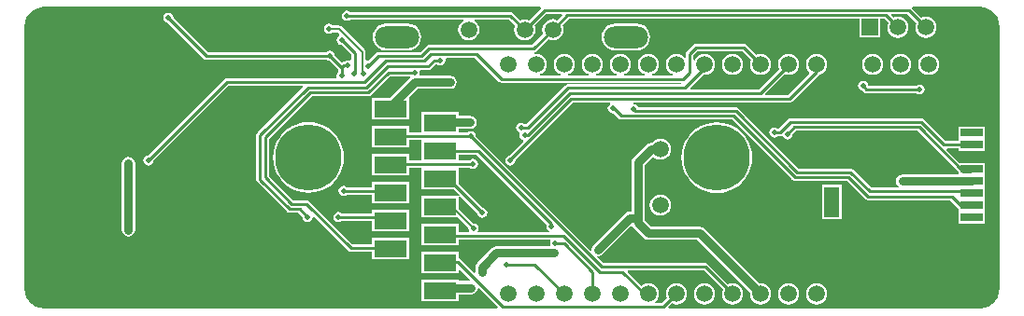
<source format=gbl>
G04*
G04 #@! TF.GenerationSoftware,Altium Limited,Altium Designer,18.1.9 (240)*
G04*
G04 Layer_Physical_Order=2*
G04 Layer_Color=16711680*
%FSAX25Y25*%
%MOIN*%
G70*
G01*
G75*
%ADD31C,0.01000*%
%ADD32C,0.03000*%
%ADD33C,0.00800*%
%ADD34C,0.05906*%
%ADD35R,0.05906X0.05906*%
%ADD36C,0.05910*%
%ADD37C,0.05906*%
%ADD38O,0.15748X0.07874*%
%ADD39C,0.23622*%
%ADD40C,0.01968*%
%ADD41R,0.05512X0.10630*%
%ADD42R,0.04724X0.04724*%
%ADD43R,0.10236X0.05906*%
%ADD44R,0.10236X0.03937*%
%ADD45R,0.07874X0.02756*%
%ADD46R,0.11811X0.05906*%
G36*
X0632433Y0452536D02*
X0633922Y0452015D01*
X0635257Y0451176D01*
X0636373Y0450061D01*
X0637212Y0448725D01*
X0637733Y0447236D01*
X0637917Y0445601D01*
Y0352037D01*
X0637733Y0350401D01*
X0637212Y0348913D01*
X0636373Y0347577D01*
X0635257Y0346462D01*
X0633922Y0345623D01*
X0632433Y0345102D01*
X0630798Y0344918D01*
X0519926D01*
X0519735Y0345380D01*
X0521052Y0346697D01*
X0521619Y0346462D01*
X0522598Y0346333D01*
X0523578Y0346462D01*
X0524491Y0346840D01*
X0525275Y0347442D01*
X0525877Y0348226D01*
X0526255Y0349138D01*
X0526384Y0350118D01*
X0526255Y0351098D01*
X0525877Y0352011D01*
X0525275Y0352795D01*
X0524491Y0353396D01*
X0523578Y0353774D01*
X0522598Y0353903D01*
X0521619Y0353774D01*
X0520706Y0353396D01*
X0519922Y0352795D01*
X0519320Y0352011D01*
X0518942Y0351098D01*
X0518813Y0350118D01*
X0518942Y0349138D01*
X0519177Y0348571D01*
X0517326Y0346720D01*
X0515156D01*
X0514986Y0347220D01*
X0515275Y0347442D01*
X0515876Y0348226D01*
X0516255Y0349138D01*
X0516384Y0350118D01*
X0516255Y0351098D01*
X0515876Y0352011D01*
X0515275Y0352795D01*
X0514491Y0353396D01*
X0513578Y0353774D01*
X0512598Y0353903D01*
X0511619Y0353774D01*
X0510706Y0353396D01*
X0510158Y0352976D01*
X0505197Y0357937D01*
X0505389Y0358399D01*
X0532443D01*
X0539177Y0351665D01*
X0538942Y0351098D01*
X0538813Y0350118D01*
X0538942Y0349138D01*
X0539320Y0348226D01*
X0539922Y0347442D01*
X0540706Y0346840D01*
X0541619Y0346462D01*
X0542598Y0346333D01*
X0543578Y0346462D01*
X0544491Y0346840D01*
X0545275Y0347442D01*
X0545877Y0348226D01*
X0546255Y0349138D01*
X0546384Y0350118D01*
X0546255Y0351098D01*
X0545877Y0352011D01*
X0545275Y0352795D01*
X0544491Y0353396D01*
X0543578Y0353774D01*
X0542598Y0353903D01*
X0541619Y0353774D01*
X0541052Y0353539D01*
X0533929Y0360662D01*
X0533499Y0360949D01*
X0532992Y0361050D01*
X0496494D01*
X0494298Y0363246D01*
X0494544Y0363706D01*
X0494685Y0363679D01*
X0495582Y0363857D01*
X0496343Y0364365D01*
X0506331Y0374353D01*
X0506975Y0374289D01*
X0507239Y0373893D01*
X0510980Y0370153D01*
X0510980Y0370153D01*
X0511740Y0369644D01*
X0512638Y0369466D01*
X0529934D01*
X0548868Y0350532D01*
X0548813Y0350118D01*
X0548942Y0349138D01*
X0549320Y0348226D01*
X0549922Y0347442D01*
X0550706Y0346840D01*
X0551619Y0346462D01*
X0552598Y0346333D01*
X0553578Y0346462D01*
X0554491Y0346840D01*
X0555275Y0347442D01*
X0555876Y0348226D01*
X0556255Y0349138D01*
X0556384Y0350118D01*
X0556255Y0351098D01*
X0555876Y0352011D01*
X0555275Y0352795D01*
X0554491Y0353396D01*
X0553578Y0353774D01*
X0552598Y0353903D01*
X0552184Y0353849D01*
X0532564Y0373469D01*
X0531803Y0373978D01*
X0530905Y0374156D01*
X0513609D01*
X0511243Y0376522D01*
Y0377244D01*
Y0396155D01*
X0514207Y0399119D01*
X0514919Y0398572D01*
X0515831Y0398194D01*
X0516811Y0398065D01*
X0517791Y0398194D01*
X0518704Y0398572D01*
X0519487Y0399174D01*
X0520089Y0399958D01*
X0520467Y0400871D01*
X0520596Y0401850D01*
X0520467Y0402830D01*
X0520089Y0403743D01*
X0519487Y0404527D01*
X0518704Y0405128D01*
X0517791Y0405507D01*
X0516811Y0405635D01*
X0515831Y0405507D01*
X0514919Y0405128D01*
X0514135Y0404527D01*
X0513880Y0404195D01*
X0513622D01*
X0512725Y0404017D01*
X0511964Y0403509D01*
X0507239Y0398784D01*
X0506731Y0398023D01*
X0506553Y0397126D01*
Y0379589D01*
X0505905D01*
X0505008Y0379411D01*
X0504247Y0378902D01*
X0493027Y0367682D01*
X0492519Y0366921D01*
X0492340Y0366024D01*
X0492368Y0365883D01*
X0491907Y0365637D01*
X0451061Y0406483D01*
X0451071Y0406535D01*
X0450933Y0407232D01*
X0450538Y0407822D01*
X0449948Y0408216D01*
X0449252Y0408355D01*
X0448556Y0408216D01*
X0447966Y0407822D01*
X0447965Y0407822D01*
X0444895D01*
Y0409033D01*
X0449055D01*
X0449953Y0409211D01*
X0450713Y0409720D01*
X0451222Y0410480D01*
X0451400Y0411378D01*
X0451222Y0412275D01*
X0450713Y0413036D01*
X0449953Y0413545D01*
X0449055Y0413723D01*
X0444895D01*
Y0415052D01*
X0431484D01*
Y0407822D01*
X0427178D01*
Y0410052D01*
X0413767D01*
Y0402547D01*
X0427178D01*
Y0405171D01*
X0431033D01*
X0431484Y0405052D01*
Y0397900D01*
X0427178D01*
Y0400052D01*
X0413767D01*
Y0392547D01*
X0427178D01*
Y0395249D01*
X0431065D01*
X0431483Y0395052D01*
X0431484Y0394749D01*
Y0387546D01*
X0443020D01*
X0445099Y0385467D01*
X0444807Y0385052D01*
X0431484D01*
Y0377547D01*
X0444424D01*
X0448366Y0373604D01*
X0448338Y0373465D01*
X0448477Y0372768D01*
X0448581Y0372613D01*
X0448313Y0372113D01*
X0444895D01*
Y0375052D01*
X0431484D01*
Y0367547D01*
X0444895D01*
Y0369462D01*
X0477434D01*
X0477701Y0368962D01*
X0477570Y0368766D01*
X0477432Y0368070D01*
X0477524Y0367609D01*
X0477192Y0367109D01*
X0458347D01*
X0458347Y0367109D01*
X0457449Y0366930D01*
X0456688Y0366422D01*
X0456688Y0366422D01*
X0451491Y0361225D01*
X0450983Y0360464D01*
X0450805Y0359567D01*
Y0357879D01*
X0450714Y0357791D01*
X0450370Y0357607D01*
X0445544Y0362433D01*
X0445114Y0362721D01*
X0444895Y0362764D01*
Y0365052D01*
X0431484D01*
Y0357546D01*
X0444895D01*
Y0358680D01*
X0445356Y0358872D01*
X0449021Y0355207D01*
X0448813Y0354707D01*
X0444895D01*
Y0355052D01*
X0431484D01*
Y0347547D01*
X0444895D01*
Y0350017D01*
X0449331D01*
X0450228Y0350196D01*
X0450989Y0350704D01*
X0451497Y0351465D01*
X0451590Y0351931D01*
X0452133Y0352095D01*
X0458848Y0345380D01*
X0458657Y0344918D01*
X0297076D01*
X0295441Y0345102D01*
X0293952Y0345623D01*
X0292617Y0346462D01*
X0291501Y0347577D01*
X0290662Y0348913D01*
X0290142Y0350401D01*
X0289957Y0352037D01*
Y0445601D01*
X0290142Y0447236D01*
X0290662Y0448725D01*
X0291501Y0450061D01*
X0292617Y0451176D01*
X0293952Y0452015D01*
X0295441Y0452536D01*
X0297076Y0452720D01*
X0474036D01*
X0474243Y0452220D01*
X0470013Y0447990D01*
X0469445Y0448225D01*
X0468465Y0448354D01*
X0467484Y0448225D01*
X0466916Y0447990D01*
X0464323Y0450583D01*
X0463893Y0450870D01*
X0463386Y0450971D01*
X0406307D01*
X0405775Y0451326D01*
X0405079Y0451465D01*
X0404383Y0451326D01*
X0403792Y0450932D01*
X0403398Y0450342D01*
X0403260Y0449646D01*
X0403398Y0448949D01*
X0403792Y0448359D01*
X0404383Y0447965D01*
X0405079Y0447826D01*
X0405775Y0447965D01*
X0406307Y0448320D01*
X0446355D01*
X0446439Y0448151D01*
X0446489Y0447820D01*
X0445788Y0447283D01*
X0445187Y0446499D01*
X0444808Y0445586D01*
X0444679Y0444606D01*
X0444808Y0443627D01*
X0445187Y0442714D01*
X0445788Y0441930D01*
X0446572Y0441328D01*
X0447485Y0440950D01*
X0448465Y0440821D01*
X0449444Y0440950D01*
X0450357Y0441328D01*
X0451141Y0441930D01*
X0451743Y0442714D01*
X0452121Y0443627D01*
X0452250Y0444606D01*
X0452121Y0445586D01*
X0451743Y0446499D01*
X0451141Y0447283D01*
X0450441Y0447820D01*
X0450490Y0448151D01*
X0450574Y0448320D01*
X0462837D01*
X0465042Y0446115D01*
X0464807Y0445547D01*
X0464677Y0444567D01*
X0464807Y0443587D01*
X0465185Y0442673D01*
X0465787Y0441889D01*
X0466571Y0441287D01*
X0467484Y0440909D01*
X0468465Y0440780D01*
X0469445Y0440909D01*
X0470358Y0441287D01*
X0471142Y0441889D01*
X0471744Y0442673D01*
X0472123Y0443587D01*
X0472252Y0444567D01*
X0472123Y0445547D01*
X0471887Y0446115D01*
X0475972Y0450200D01*
X0481570D01*
X0481761Y0449738D01*
X0480052Y0448029D01*
X0479484Y0448264D01*
X0478504Y0448393D01*
X0477524Y0448264D01*
X0476610Y0447886D01*
X0475826Y0447284D01*
X0475224Y0446500D01*
X0474846Y0445586D01*
X0474717Y0444606D01*
X0474846Y0443626D01*
X0475081Y0443058D01*
X0471065Y0439042D01*
X0434173D01*
X0433666Y0438941D01*
X0433236Y0438654D01*
X0431183Y0436601D01*
X0416339D01*
X0415831Y0436500D01*
X0415401Y0436213D01*
X0412647Y0433459D01*
X0412235Y0433377D01*
X0411735Y0433699D01*
Y0436631D01*
X0411642Y0437099D01*
X0411377Y0437496D01*
X0403126Y0445747D01*
X0402729Y0446012D01*
X0402260Y0446105D01*
X0399990D01*
X0399948Y0446168D01*
X0399358Y0446563D01*
X0398661Y0446701D01*
X0397965Y0446563D01*
X0397375Y0446168D01*
X0396981Y0445578D01*
X0396842Y0444882D01*
X0396981Y0444186D01*
X0397375Y0443596D01*
X0397965Y0443201D01*
X0398661Y0443063D01*
X0399358Y0443201D01*
X0399948Y0443596D01*
X0399990Y0443658D01*
X0401754D01*
X0402332Y0443080D01*
X0402214Y0442491D01*
X0401823Y0442230D01*
X0401429Y0441640D01*
X0401290Y0440944D01*
X0401429Y0440248D01*
X0401823Y0439658D01*
X0402413Y0439263D01*
X0403040Y0439139D01*
X0406471Y0435708D01*
Y0433787D01*
X0405971Y0433547D01*
X0405354Y0433670D01*
X0404658Y0433531D01*
X0404127Y0433176D01*
X0404055D01*
X0403548Y0433075D01*
X0403156Y0432813D01*
X0400664Y0435305D01*
X0400539Y0435932D01*
X0400145Y0436523D01*
X0399554Y0436917D01*
X0398858Y0437055D01*
X0398162Y0436917D01*
X0397630Y0436562D01*
X0355470D01*
X0343144Y0448888D01*
X0343019Y0449515D01*
X0342625Y0450105D01*
X0342035Y0450500D01*
X0341339Y0450638D01*
X0340642Y0450500D01*
X0340052Y0450105D01*
X0339658Y0449515D01*
X0339519Y0448819D01*
X0339658Y0448123D01*
X0340052Y0447533D01*
X0340642Y0447138D01*
X0341270Y0447013D01*
X0353984Y0434299D01*
X0354414Y0434012D01*
X0354921Y0433911D01*
X0397630D01*
X0398162Y0433556D01*
X0398789Y0433431D01*
X0401784Y0430436D01*
X0401785Y0430431D01*
Y0429417D01*
X0401430Y0428885D01*
X0401291Y0428189D01*
X0401398Y0427652D01*
X0401101Y0427152D01*
X0362165D01*
X0361658Y0427051D01*
X0361228Y0426764D01*
X0334065Y0399601D01*
X0333438Y0399476D01*
X0332847Y0399082D01*
X0332453Y0398492D01*
X0332315Y0397795D01*
X0332453Y0397099D01*
X0332847Y0396509D01*
X0333438Y0396115D01*
X0334134Y0395976D01*
X0334830Y0396115D01*
X0335420Y0396509D01*
X0335815Y0397099D01*
X0335939Y0397726D01*
X0362714Y0424501D01*
X0389139D01*
X0389330Y0424039D01*
X0373118Y0407827D01*
X0372831Y0407397D01*
X0372730Y0406890D01*
Y0390986D01*
X0372831Y0390479D01*
X0373118Y0390049D01*
X0383631Y0379535D01*
X0384062Y0379248D01*
X0384569Y0379147D01*
X0387679D01*
X0389218Y0377608D01*
X0389343Y0376981D01*
X0389737Y0376391D01*
X0390327Y0375996D01*
X0391024Y0375858D01*
X0391720Y0375996D01*
X0392310Y0376391D01*
X0392704Y0376981D01*
X0392818Y0377553D01*
X0393171Y0377726D01*
X0393328Y0377750D01*
X0405519Y0365559D01*
X0405949Y0365271D01*
X0406457Y0365171D01*
X0413767D01*
Y0362546D01*
X0427178D01*
Y0370052D01*
X0413767D01*
Y0367822D01*
X0407006D01*
X0391618Y0383210D01*
X0391188Y0383497D01*
X0390680Y0383598D01*
X0385863D01*
X0377192Y0392270D01*
Y0405606D01*
X0392487Y0420901D01*
X0412751D01*
X0413258Y0421002D01*
X0413688Y0421289D01*
X0420325Y0427926D01*
X0427425D01*
X0427576Y0427426D01*
X0427571Y0427423D01*
X0420200Y0420052D01*
X0413767D01*
Y0412546D01*
X0427178D01*
Y0420052D01*
X0427178Y0420052D01*
X0427178D01*
X0427300Y0420519D01*
X0430200Y0423420D01*
X0441890D01*
X0442787Y0423598D01*
X0443548Y0424106D01*
X0444056Y0424867D01*
X0444235Y0425765D01*
X0444056Y0426662D01*
X0443548Y0427423D01*
X0442787Y0427931D01*
X0441890Y0428110D01*
X0431086D01*
X0430899Y0428460D01*
X0430865Y0428610D01*
X0430992Y0429252D01*
X0430894Y0429749D01*
X0431208Y0430249D01*
X0434055D01*
X0434562Y0430350D01*
X0434992Y0430638D01*
X0436651Y0432297D01*
X0437158D01*
X0437690Y0431941D01*
X0438386Y0431803D01*
X0439082Y0431941D01*
X0439672Y0432336D01*
X0440067Y0432926D01*
X0440205Y0433622D01*
X0440114Y0434081D01*
X0440447Y0434581D01*
X0450710D01*
X0459299Y0425992D01*
X0459729Y0425705D01*
X0460236Y0425604D01*
X0524394D01*
X0524684Y0425104D01*
X0524666Y0425072D01*
X0524633Y0425055D01*
X0483835D01*
X0483328Y0424954D01*
X0482898Y0424666D01*
X0469044Y0410813D01*
X0468353D01*
X0467821Y0411168D01*
X0467125Y0411307D01*
X0466429Y0411168D01*
X0465839Y0410774D01*
X0465444Y0410184D01*
X0465306Y0409487D01*
X0465444Y0408791D01*
X0465839Y0408201D01*
X0466429Y0407807D01*
X0466692Y0407244D01*
X0466606Y0406811D01*
X0466745Y0406115D01*
X0467139Y0405525D01*
X0467729Y0405130D01*
X0467812Y0405114D01*
X0467958Y0404635D01*
X0462776Y0399454D01*
X0462690Y0399437D01*
X0462099Y0399042D01*
X0461705Y0398452D01*
X0461567Y0397756D01*
X0461705Y0397060D01*
X0462099Y0396469D01*
X0462690Y0396075D01*
X0463386Y0395937D01*
X0464082Y0396075D01*
X0464672Y0396469D01*
X0465067Y0397060D01*
X0465205Y0397756D01*
X0465142Y0398071D01*
X0485588Y0418516D01*
X0498950D01*
X0498966Y0418478D01*
X0499034Y0418016D01*
X0498536Y0417684D01*
X0498142Y0417094D01*
X0498004Y0416398D01*
X0498142Y0415701D01*
X0498536Y0415111D01*
X0499127Y0414717D01*
X0499823Y0414578D01*
X0500039Y0414621D01*
X0501897Y0412764D01*
X0502327Y0412476D01*
X0502835Y0412375D01*
X0542483D01*
X0564052Y0390806D01*
X0564482Y0390519D01*
X0564989Y0390418D01*
X0583456D01*
X0589879Y0383995D01*
X0590309Y0383708D01*
X0590816Y0383607D01*
X0620227D01*
X0623012Y0380823D01*
X0623267Y0380652D01*
Y0375251D01*
X0632741D01*
Y0379582D01*
Y0383913D01*
Y0388243D01*
Y0392574D01*
Y0396930D01*
X0623738D01*
X0619041Y0401626D01*
X0619233Y0402088D01*
X0623267D01*
Y0401235D01*
X0632741D01*
Y0405566D01*
Y0409922D01*
X0623267D01*
Y0404739D01*
X0618474D01*
X0610780Y0412433D01*
X0610350Y0412721D01*
X0609842Y0412821D01*
X0563110D01*
X0562603Y0412721D01*
X0562173Y0412433D01*
X0558900Y0409160D01*
X0558708D01*
X0558177Y0409515D01*
X0557480Y0409654D01*
X0556784Y0409515D01*
X0556194Y0409121D01*
X0555800Y0408531D01*
X0555661Y0407835D01*
X0555800Y0407138D01*
X0556194Y0406548D01*
X0556784Y0406154D01*
X0557480Y0406015D01*
X0558177Y0406154D01*
X0558708Y0406509D01*
X0559449D01*
X0559956Y0406610D01*
X0559983Y0406628D01*
X0560470Y0406485D01*
X0560561Y0406413D01*
X0560918Y0405879D01*
X0561509Y0405485D01*
X0562205Y0405346D01*
X0562901Y0405485D01*
X0563491Y0405879D01*
X0563885Y0406469D01*
X0564010Y0407096D01*
X0565284Y0408371D01*
X0608548D01*
X0623267Y0393652D01*
Y0392766D01*
X0603122D01*
X0602225Y0392588D01*
X0601464Y0392079D01*
X0600955Y0391319D01*
X0600777Y0390421D01*
X0600955Y0389524D01*
X0601464Y0388763D01*
X0601771Y0388558D01*
X0601619Y0388058D01*
X0592110D01*
X0585688Y0394481D01*
X0585257Y0394768D01*
X0584750Y0394869D01*
X0566284D01*
X0544714Y0416438D01*
X0544284Y0416725D01*
X0543777Y0416826D01*
X0508903D01*
X0508885Y0416917D01*
X0508491Y0417507D01*
X0507901Y0417901D01*
X0507323Y0418016D01*
X0507372Y0418516D01*
X0562834D01*
X0563341Y0418617D01*
X0563771Y0418904D01*
X0573436Y0428569D01*
X0573578Y0428588D01*
X0574491Y0428966D01*
X0575275Y0429568D01*
X0575877Y0430351D01*
X0576255Y0431264D01*
X0576384Y0432244D01*
X0576255Y0433224D01*
X0575877Y0434137D01*
X0575275Y0434921D01*
X0574491Y0435522D01*
X0573578Y0435900D01*
X0572598Y0436029D01*
X0571619Y0435900D01*
X0570706Y0435522D01*
X0569922Y0434921D01*
X0569320Y0434137D01*
X0568942Y0433224D01*
X0568813Y0432244D01*
X0568942Y0431264D01*
X0569320Y0430351D01*
X0569922Y0429568D01*
X0570053Y0429467D01*
X0570086Y0428968D01*
X0562285Y0421167D01*
X0554404D01*
X0554212Y0421629D01*
X0561302Y0428719D01*
X0561619Y0428588D01*
X0562598Y0428459D01*
X0563578Y0428588D01*
X0564491Y0428966D01*
X0565275Y0429568D01*
X0565876Y0430351D01*
X0566255Y0431264D01*
X0566384Y0432244D01*
X0566255Y0433224D01*
X0565876Y0434137D01*
X0565275Y0434921D01*
X0564491Y0435522D01*
X0563578Y0435900D01*
X0562598Y0436029D01*
X0561619Y0435900D01*
X0560706Y0435522D01*
X0559922Y0434921D01*
X0559320Y0434137D01*
X0558942Y0433224D01*
X0558813Y0432244D01*
X0558942Y0431264D01*
X0559281Y0430447D01*
X0552089Y0423255D01*
X0527672D01*
X0527481Y0423716D01*
X0532267Y0428503D01*
X0532598Y0428459D01*
X0533578Y0428588D01*
X0534491Y0428966D01*
X0535275Y0429568D01*
X0535877Y0430351D01*
X0536255Y0431264D01*
X0536384Y0432244D01*
X0536255Y0433224D01*
X0535877Y0434137D01*
X0535275Y0434921D01*
X0534491Y0435522D01*
X0533578Y0435900D01*
X0532598Y0436029D01*
X0531619Y0435900D01*
X0530706Y0435522D01*
X0529922Y0434921D01*
X0529320Y0434137D01*
X0529109Y0433626D01*
X0528609Y0433726D01*
Y0435435D01*
X0530077Y0436903D01*
X0546026D01*
X0549177Y0433751D01*
X0548942Y0433184D01*
X0548813Y0432205D01*
X0548942Y0431225D01*
X0549320Y0430312D01*
X0549922Y0429528D01*
X0550706Y0428927D01*
X0551619Y0428549D01*
X0552598Y0428420D01*
X0553578Y0428549D01*
X0554491Y0428927D01*
X0555275Y0429528D01*
X0555876Y0430312D01*
X0556255Y0431225D01*
X0556384Y0432205D01*
X0556255Y0433184D01*
X0555876Y0434097D01*
X0555275Y0434881D01*
X0554491Y0435483D01*
X0553578Y0435861D01*
X0552598Y0435990D01*
X0551619Y0435861D01*
X0551052Y0435626D01*
X0547512Y0439166D01*
X0547082Y0439453D01*
X0546575Y0439554D01*
X0529528D01*
X0529020Y0439453D01*
X0528590Y0439166D01*
X0526346Y0436922D01*
X0526059Y0436491D01*
X0525958Y0435984D01*
Y0434852D01*
X0525458Y0434682D01*
X0525275Y0434921D01*
X0524491Y0435522D01*
X0523578Y0435900D01*
X0522598Y0436029D01*
X0521619Y0435900D01*
X0520706Y0435522D01*
X0519922Y0434921D01*
X0519320Y0434137D01*
X0518942Y0433224D01*
X0518813Y0432244D01*
X0518942Y0431264D01*
X0519320Y0430351D01*
X0519922Y0429568D01*
X0520706Y0428966D01*
X0521216Y0428755D01*
X0521117Y0428255D01*
X0514080D01*
X0513980Y0428755D01*
X0514491Y0428966D01*
X0515275Y0429568D01*
X0515876Y0430351D01*
X0516255Y0431264D01*
X0516384Y0432244D01*
X0516255Y0433224D01*
X0515876Y0434137D01*
X0515275Y0434921D01*
X0514491Y0435522D01*
X0513578Y0435900D01*
X0512598Y0436029D01*
X0511619Y0435900D01*
X0510706Y0435522D01*
X0509922Y0434921D01*
X0509320Y0434137D01*
X0508942Y0433224D01*
X0508813Y0432244D01*
X0508942Y0431264D01*
X0509320Y0430351D01*
X0509922Y0429568D01*
X0510706Y0428966D01*
X0511216Y0428755D01*
X0511117Y0428255D01*
X0504080D01*
X0503980Y0428755D01*
X0504491Y0428966D01*
X0505275Y0429568D01*
X0505876Y0430351D01*
X0506255Y0431264D01*
X0506384Y0432244D01*
X0506255Y0433224D01*
X0505876Y0434137D01*
X0505275Y0434921D01*
X0504491Y0435522D01*
X0503578Y0435900D01*
X0502598Y0436029D01*
X0501619Y0435900D01*
X0500706Y0435522D01*
X0499922Y0434921D01*
X0499320Y0434137D01*
X0498942Y0433224D01*
X0498813Y0432244D01*
X0498942Y0431264D01*
X0499320Y0430351D01*
X0499922Y0429568D01*
X0500706Y0428966D01*
X0501216Y0428755D01*
X0501117Y0428255D01*
X0494080D01*
X0493980Y0428755D01*
X0494491Y0428966D01*
X0495275Y0429568D01*
X0495877Y0430351D01*
X0496255Y0431264D01*
X0496384Y0432244D01*
X0496255Y0433224D01*
X0495877Y0434137D01*
X0495275Y0434921D01*
X0494491Y0435522D01*
X0493578Y0435900D01*
X0492598Y0436029D01*
X0491619Y0435900D01*
X0490706Y0435522D01*
X0489922Y0434921D01*
X0489320Y0434137D01*
X0488942Y0433224D01*
X0488813Y0432244D01*
X0488942Y0431264D01*
X0489320Y0430351D01*
X0489922Y0429568D01*
X0490706Y0428966D01*
X0491216Y0428755D01*
X0491117Y0428255D01*
X0484080D01*
X0483980Y0428755D01*
X0484491Y0428966D01*
X0485275Y0429568D01*
X0485877Y0430351D01*
X0486255Y0431264D01*
X0486384Y0432244D01*
X0486255Y0433224D01*
X0485877Y0434137D01*
X0485275Y0434921D01*
X0484491Y0435522D01*
X0483578Y0435900D01*
X0482598Y0436029D01*
X0481619Y0435900D01*
X0480706Y0435522D01*
X0479922Y0434921D01*
X0479320Y0434137D01*
X0478942Y0433224D01*
X0478813Y0432244D01*
X0478942Y0431264D01*
X0479320Y0430351D01*
X0479922Y0429568D01*
X0480706Y0428966D01*
X0481216Y0428755D01*
X0481117Y0428255D01*
X0474080D01*
X0473980Y0428755D01*
X0474491Y0428966D01*
X0475275Y0429568D01*
X0475877Y0430351D01*
X0476255Y0431264D01*
X0476384Y0432244D01*
X0476255Y0433224D01*
X0475877Y0434137D01*
X0475275Y0434921D01*
X0474491Y0435522D01*
X0473578Y0435900D01*
X0472598Y0436029D01*
X0471887Y0435936D01*
X0471806Y0436429D01*
X0472121Y0436492D01*
X0472551Y0436779D01*
X0476956Y0441184D01*
X0477524Y0440948D01*
X0478504Y0440819D01*
X0479484Y0440948D01*
X0480398Y0441327D01*
X0481182Y0441928D01*
X0481784Y0442713D01*
X0482162Y0443626D01*
X0482291Y0444606D01*
X0482162Y0445586D01*
X0481927Y0446155D01*
X0484172Y0448400D01*
X0587822D01*
Y0441720D01*
X0595328D01*
Y0448400D01*
X0596773D01*
X0598153Y0447019D01*
X0597919Y0446452D01*
X0597790Y0445472D01*
X0597919Y0444493D01*
X0598297Y0443580D01*
X0598898Y0442796D01*
X0599682Y0442194D01*
X0600595Y0441816D01*
X0601575Y0441687D01*
X0602555Y0441816D01*
X0603467Y0442194D01*
X0604251Y0442796D01*
X0604853Y0443580D01*
X0605231Y0444493D01*
X0605360Y0445472D01*
X0605231Y0446452D01*
X0604853Y0447365D01*
X0604251Y0448149D01*
X0603467Y0448750D01*
X0602555Y0449129D01*
X0601575Y0449258D01*
X0600595Y0449129D01*
X0600028Y0448894D01*
X0599184Y0449738D01*
X0599375Y0450200D01*
X0604973D01*
X0608153Y0447019D01*
X0607919Y0446452D01*
X0607790Y0445472D01*
X0607919Y0444493D01*
X0608297Y0443580D01*
X0608898Y0442796D01*
X0609682Y0442194D01*
X0610595Y0441816D01*
X0611575Y0441687D01*
X0612555Y0441816D01*
X0613467Y0442194D01*
X0614251Y0442796D01*
X0614853Y0443580D01*
X0615231Y0444493D01*
X0615360Y0445472D01*
X0615231Y0446452D01*
X0614853Y0447365D01*
X0614251Y0448149D01*
X0613467Y0448750D01*
X0612555Y0449129D01*
X0611575Y0449258D01*
X0610595Y0449129D01*
X0610028Y0448894D01*
X0606702Y0452220D01*
X0606909Y0452720D01*
X0630798D01*
X0632433Y0452536D01*
D02*
G37*
G36*
X0476260Y0374989D02*
X0476233Y0374948D01*
X0476094Y0374252D01*
X0476233Y0373556D01*
X0476627Y0372966D01*
X0477155Y0372613D01*
X0477154Y0372373D01*
X0477072Y0372113D01*
X0452002D01*
X0451734Y0372613D01*
X0451838Y0372768D01*
X0451977Y0373465D01*
X0451838Y0374161D01*
X0451444Y0374751D01*
X0450854Y0375145D01*
X0450157Y0375284D01*
X0450149Y0375282D01*
X0444895Y0380537D01*
Y0384965D01*
X0445310Y0385257D01*
X0451580Y0378986D01*
X0451705Y0378359D01*
X0452099Y0377769D01*
X0452690Y0377374D01*
X0453386Y0377236D01*
X0454082Y0377374D01*
X0454672Y0377769D01*
X0455067Y0378359D01*
X0455205Y0379055D01*
X0455067Y0379751D01*
X0454672Y0380342D01*
X0454082Y0380736D01*
X0453455Y0380861D01*
X0444895Y0389421D01*
Y0394749D01*
X0444895Y0395052D01*
X0445313Y0395249D01*
X0448811D01*
X0449343Y0394894D01*
X0450039Y0394756D01*
X0450736Y0394894D01*
X0451326Y0395288D01*
X0451720Y0395879D01*
X0451859Y0396575D01*
X0451720Y0397271D01*
X0451326Y0397861D01*
X0450736Y0398255D01*
X0450039Y0398394D01*
X0449343Y0398255D01*
X0448811Y0397900D01*
X0444895D01*
Y0399974D01*
X0451275D01*
X0476260Y0374989D01*
D02*
G37*
%LPC*%
G36*
X0508378Y0446810D02*
X0500678D01*
X0499425Y0446645D01*
X0498257Y0446161D01*
X0497254Y0445392D01*
X0497231Y0445361D01*
X0497212Y0445347D01*
X0496453Y0444357D01*
X0495975Y0443205D01*
X0495813Y0441968D01*
X0495975Y0440732D01*
X0496453Y0439580D01*
X0497212Y0438590D01*
X0497231Y0438576D01*
X0497254Y0438545D01*
X0498257Y0437776D01*
X0499425Y0437292D01*
X0500678Y0437127D01*
X0508378D01*
X0509631Y0437292D01*
X0510798Y0437776D01*
X0511801Y0438545D01*
X0511825Y0438576D01*
X0511843Y0438590D01*
X0512602Y0439580D01*
X0513080Y0440732D01*
X0513242Y0441968D01*
X0513080Y0443205D01*
X0512602Y0444357D01*
X0511843Y0445347D01*
X0511825Y0445361D01*
X0511801Y0445392D01*
X0510798Y0446161D01*
X0509631Y0446645D01*
X0508378Y0446810D01*
D02*
G37*
G36*
X0426685D02*
X0418985D01*
X0417732Y0446645D01*
X0416564Y0446161D01*
X0415561Y0445392D01*
X0415538Y0445361D01*
X0415519Y0445347D01*
X0414760Y0444357D01*
X0414283Y0443205D01*
X0414120Y0441968D01*
X0414283Y0440732D01*
X0414760Y0439580D01*
X0415519Y0438590D01*
X0415538Y0438576D01*
X0415561Y0438545D01*
X0416564Y0437776D01*
X0417732Y0437292D01*
X0418985Y0437127D01*
X0426685D01*
X0427938Y0437292D01*
X0429105Y0437776D01*
X0430108Y0438545D01*
X0430132Y0438576D01*
X0430150Y0438590D01*
X0430909Y0439580D01*
X0431387Y0440732D01*
X0431550Y0441968D01*
X0431387Y0443205D01*
X0430909Y0444357D01*
X0430150Y0445347D01*
X0430132Y0445361D01*
X0430108Y0445392D01*
X0429105Y0446161D01*
X0427938Y0446645D01*
X0426685Y0446810D01*
D02*
G37*
G36*
X0612598Y0436029D02*
X0611619Y0435900D01*
X0610706Y0435522D01*
X0609922Y0434921D01*
X0609320Y0434137D01*
X0608942Y0433224D01*
X0608813Y0432244D01*
X0608942Y0431264D01*
X0609320Y0430351D01*
X0609922Y0429568D01*
X0610706Y0428966D01*
X0611619Y0428588D01*
X0612598Y0428459D01*
X0613578Y0428588D01*
X0614491Y0428966D01*
X0615275Y0429568D01*
X0615876Y0430351D01*
X0616255Y0431264D01*
X0616384Y0432244D01*
X0616255Y0433224D01*
X0615876Y0434137D01*
X0615275Y0434921D01*
X0614491Y0435522D01*
X0613578Y0435900D01*
X0612598Y0436029D01*
D02*
G37*
G36*
X0602598D02*
X0601619Y0435900D01*
X0600706Y0435522D01*
X0599922Y0434921D01*
X0599320Y0434137D01*
X0598942Y0433224D01*
X0598813Y0432244D01*
X0598942Y0431264D01*
X0599320Y0430351D01*
X0599922Y0429568D01*
X0600706Y0428966D01*
X0601619Y0428588D01*
X0602598Y0428459D01*
X0603578Y0428588D01*
X0604491Y0428966D01*
X0605275Y0429568D01*
X0605876Y0430351D01*
X0606255Y0431264D01*
X0606384Y0432244D01*
X0606255Y0433224D01*
X0605876Y0434137D01*
X0605275Y0434921D01*
X0604491Y0435522D01*
X0603578Y0435900D01*
X0602598Y0436029D01*
D02*
G37*
G36*
X0592598D02*
X0591619Y0435900D01*
X0590706Y0435522D01*
X0589922Y0434921D01*
X0589320Y0434137D01*
X0588942Y0433224D01*
X0588813Y0432244D01*
X0588942Y0431264D01*
X0589320Y0430351D01*
X0589922Y0429568D01*
X0590706Y0428966D01*
X0591619Y0428588D01*
X0592598Y0428459D01*
X0593578Y0428588D01*
X0594491Y0428966D01*
X0595275Y0429568D01*
X0595877Y0430351D01*
X0596255Y0431264D01*
X0596384Y0432244D01*
X0596255Y0433224D01*
X0595877Y0434137D01*
X0595275Y0434921D01*
X0594491Y0435522D01*
X0593578Y0435900D01*
X0592598Y0436029D01*
D02*
G37*
G36*
X0542598D02*
X0541619Y0435900D01*
X0540706Y0435522D01*
X0539922Y0434921D01*
X0539320Y0434137D01*
X0538942Y0433224D01*
X0538813Y0432244D01*
X0538942Y0431264D01*
X0539320Y0430351D01*
X0539922Y0429568D01*
X0540706Y0428966D01*
X0541619Y0428588D01*
X0542598Y0428459D01*
X0543578Y0428588D01*
X0544491Y0428966D01*
X0545275Y0429568D01*
X0545877Y0430351D01*
X0546255Y0431264D01*
X0546384Y0432244D01*
X0546255Y0433224D01*
X0545877Y0434137D01*
X0545275Y0434921D01*
X0544491Y0435522D01*
X0543578Y0435900D01*
X0542598Y0436029D01*
D02*
G37*
G36*
X0589173Y0426229D02*
X0588477Y0426090D01*
X0587887Y0425696D01*
X0587493Y0425106D01*
X0587354Y0424409D01*
X0587493Y0423713D01*
X0587887Y0423123D01*
X0588477Y0422729D01*
X0589104Y0422604D01*
X0589457Y0422252D01*
X0589887Y0421964D01*
X0590394Y0421864D01*
X0590394Y0421864D01*
X0608142D01*
X0608674Y0421508D01*
X0609370Y0421370D01*
X0610066Y0421508D01*
X0610656Y0421903D01*
X0611051Y0422493D01*
X0611189Y0423189D01*
X0611051Y0423885D01*
X0610656Y0424475D01*
X0610066Y0424870D01*
X0609370Y0425008D01*
X0608674Y0424870D01*
X0608142Y0424514D01*
X0590972D01*
X0590854Y0425106D01*
X0590460Y0425696D01*
X0589869Y0426090D01*
X0589173Y0426229D01*
D02*
G37*
G36*
X0427178Y0390052D02*
X0413767D01*
Y0388333D01*
X0405047D01*
X0404515Y0388689D01*
X0403819Y0388827D01*
X0403123Y0388689D01*
X0402532Y0388294D01*
X0402138Y0387704D01*
X0402000Y0387008D01*
X0402138Y0386312D01*
X0402532Y0385721D01*
X0403123Y0385327D01*
X0403819Y0385189D01*
X0404515Y0385327D01*
X0405047Y0385682D01*
X0413767D01*
Y0382546D01*
X0427178D01*
Y0390052D01*
D02*
G37*
G36*
X0391339Y0411548D02*
X0389360Y0411392D01*
X0387429Y0410928D01*
X0385596Y0410169D01*
X0383903Y0409132D01*
X0382394Y0407842D01*
X0381104Y0406333D01*
X0380067Y0404641D01*
X0379308Y0402807D01*
X0378844Y0400877D01*
X0378689Y0398898D01*
X0378844Y0396919D01*
X0379308Y0394989D01*
X0380067Y0393155D01*
X0381104Y0391462D01*
X0382394Y0389953D01*
X0383903Y0388664D01*
X0385596Y0387626D01*
X0387429Y0386867D01*
X0389360Y0386403D01*
X0391339Y0386248D01*
X0393318Y0386403D01*
X0395248Y0386867D01*
X0397082Y0387626D01*
X0398774Y0388664D01*
X0400283Y0389953D01*
X0401573Y0391462D01*
X0402610Y0393155D01*
X0403370Y0394989D01*
X0403833Y0396919D01*
X0403989Y0398898D01*
X0403833Y0400877D01*
X0403370Y0402807D01*
X0402610Y0404641D01*
X0401573Y0406333D01*
X0400283Y0407842D01*
X0398774Y0409132D01*
X0397082Y0410169D01*
X0395248Y0410928D01*
X0393318Y0411392D01*
X0391339Y0411548D01*
D02*
G37*
G36*
X0537008Y0411469D02*
X0535029Y0411313D01*
X0533099Y0410850D01*
X0531265Y0410090D01*
X0529572Y0409053D01*
X0528063Y0407764D01*
X0526774Y0406254D01*
X0525737Y0404562D01*
X0524977Y0402728D01*
X0524514Y0400798D01*
X0524358Y0398819D01*
X0524514Y0396840D01*
X0524977Y0394910D01*
X0525737Y0393076D01*
X0526774Y0391383D01*
X0528063Y0389874D01*
X0529572Y0388585D01*
X0531265Y0387548D01*
X0533099Y0386788D01*
X0535029Y0386325D01*
X0537008Y0386169D01*
X0538987Y0386325D01*
X0540917Y0386788D01*
X0542751Y0387548D01*
X0544443Y0388585D01*
X0545953Y0389874D01*
X0547242Y0391383D01*
X0548279Y0393076D01*
X0549039Y0394910D01*
X0549502Y0396840D01*
X0549658Y0398819D01*
X0549502Y0400798D01*
X0549039Y0402728D01*
X0548279Y0404562D01*
X0547242Y0406254D01*
X0545953Y0407764D01*
X0544443Y0409053D01*
X0542751Y0410090D01*
X0540917Y0410850D01*
X0538987Y0411313D01*
X0537008Y0411469D01*
D02*
G37*
G36*
X0427178Y0380052D02*
X0413767D01*
Y0378924D01*
X0403275D01*
X0402743Y0379279D01*
X0402047Y0379418D01*
X0401351Y0379279D01*
X0400761Y0378885D01*
X0400366Y0378295D01*
X0400228Y0377598D01*
X0400366Y0376902D01*
X0400761Y0376312D01*
X0401351Y0375918D01*
X0402047Y0375779D01*
X0402743Y0375918D01*
X0403275Y0376273D01*
X0413767D01*
Y0372547D01*
X0427178D01*
Y0380052D01*
D02*
G37*
G36*
X0516850Y0385637D02*
X0515870Y0385508D01*
X0514957Y0385130D01*
X0514173Y0384528D01*
X0513571Y0383744D01*
X0513192Y0382831D01*
X0513063Y0381850D01*
X0513192Y0380870D01*
X0513571Y0379957D01*
X0514173Y0379172D01*
X0514957Y0378571D01*
X0515870Y0378192D01*
X0516850Y0378063D01*
X0517831Y0378192D01*
X0518744Y0378571D01*
X0519528Y0379172D01*
X0520130Y0379957D01*
X0520508Y0380870D01*
X0520638Y0381850D01*
X0520508Y0382831D01*
X0520130Y0383744D01*
X0519528Y0384528D01*
X0518744Y0385130D01*
X0517831Y0385508D01*
X0516850Y0385637D01*
D02*
G37*
G36*
X0581560Y0389056D02*
X0574448D01*
Y0376826D01*
X0581560D01*
Y0389056D01*
D02*
G37*
G36*
X0327087Y0399117D02*
X0326189Y0398938D01*
X0325428Y0398430D01*
X0324920Y0397669D01*
X0324742Y0396772D01*
Y0372953D01*
X0324920Y0372055D01*
X0325428Y0371294D01*
X0326189Y0370786D01*
X0327087Y0370608D01*
X0327984Y0370786D01*
X0328745Y0371294D01*
X0329253Y0372055D01*
X0329432Y0372953D01*
Y0396772D01*
X0329253Y0397669D01*
X0328745Y0398430D01*
X0327984Y0398938D01*
X0327087Y0399117D01*
D02*
G37*
G36*
X0572598Y0353903D02*
X0571619Y0353774D01*
X0570706Y0353396D01*
X0569922Y0352795D01*
X0569320Y0352011D01*
X0568942Y0351098D01*
X0568813Y0350118D01*
X0568942Y0349138D01*
X0569320Y0348226D01*
X0569922Y0347442D01*
X0570706Y0346840D01*
X0571619Y0346462D01*
X0572598Y0346333D01*
X0573578Y0346462D01*
X0574491Y0346840D01*
X0575275Y0347442D01*
X0575877Y0348226D01*
X0576255Y0349138D01*
X0576384Y0350118D01*
X0576255Y0351098D01*
X0575877Y0352011D01*
X0575275Y0352795D01*
X0574491Y0353396D01*
X0573578Y0353774D01*
X0572598Y0353903D01*
D02*
G37*
G36*
X0562598D02*
X0561619Y0353774D01*
X0560706Y0353396D01*
X0559922Y0352795D01*
X0559320Y0352011D01*
X0558942Y0351098D01*
X0558813Y0350118D01*
X0558942Y0349138D01*
X0559320Y0348226D01*
X0559922Y0347442D01*
X0560706Y0346840D01*
X0561619Y0346462D01*
X0562598Y0346333D01*
X0563578Y0346462D01*
X0564491Y0346840D01*
X0565275Y0347442D01*
X0565876Y0348226D01*
X0566255Y0349138D01*
X0566384Y0350118D01*
X0566255Y0351098D01*
X0565876Y0352011D01*
X0565275Y0352795D01*
X0564491Y0353396D01*
X0563578Y0353774D01*
X0562598Y0353903D01*
D02*
G37*
G36*
X0532598D02*
X0531619Y0353774D01*
X0530706Y0353396D01*
X0529922Y0352795D01*
X0529320Y0352011D01*
X0528942Y0351098D01*
X0528813Y0350118D01*
X0528942Y0349138D01*
X0529320Y0348226D01*
X0529922Y0347442D01*
X0530706Y0346840D01*
X0531619Y0346462D01*
X0532598Y0346333D01*
X0533578Y0346462D01*
X0534491Y0346840D01*
X0535275Y0347442D01*
X0535877Y0348226D01*
X0536255Y0349138D01*
X0536384Y0350118D01*
X0536255Y0351098D01*
X0535877Y0352011D01*
X0535275Y0352795D01*
X0534491Y0353396D01*
X0533578Y0353774D01*
X0532598Y0353903D01*
D02*
G37*
%LPD*%
D31*
X0438189Y0391496D02*
X0440945D01*
X0472047Y0360669D02*
X0482598Y0350118D01*
X0462087Y0360669D02*
X0472047D01*
X0388228Y0380472D02*
X0391024Y0377677D01*
X0384569Y0380472D02*
X0388228D01*
X0402047Y0377598D02*
X0419173D01*
X0406457Y0366496D02*
X0420276D01*
X0475423Y0451525D02*
X0605522D01*
X0611575Y0445472D01*
X0463386Y0449646D02*
X0468465Y0444567D01*
X0405079Y0449646D02*
X0463386D01*
X0468465Y0444567D02*
X0475423Y0451525D01*
X0597322Y0449725D02*
X0601575Y0445472D01*
X0478504Y0444606D02*
X0483623Y0449725D01*
X0597322D01*
X0419776Y0429252D02*
X0429173D01*
X0412751Y0422227D02*
X0419776Y0429252D01*
X0434055Y0431575D02*
X0436102Y0433622D01*
X0419554Y0431575D02*
X0434055D01*
X0436102Y0433622D02*
X0438386D01*
X0482508Y0368070D02*
X0492598Y0357980D01*
X0479251Y0368070D02*
X0482508D01*
X0623949Y0381760D02*
X0628004D01*
X0620776Y0384932D02*
X0623949Y0381760D01*
X0590816Y0384932D02*
X0620776D01*
X0584005Y0391743D02*
X0590816Y0384932D01*
X0564989Y0391743D02*
X0584005D01*
X0627362Y0386732D02*
X0628004Y0386091D01*
X0591561Y0386732D02*
X0627362D01*
X0584750Y0393543D02*
X0591561Y0386732D01*
X0543777Y0415501D02*
X0565735Y0393543D01*
X0507924Y0415501D02*
X0543777D01*
X0507205Y0416221D02*
X0507924Y0415501D01*
X0543032Y0413701D02*
X0564989Y0391743D01*
X0502835Y0413701D02*
X0543032D01*
X0500138Y0416398D02*
X0502835Y0413701D01*
X0565735Y0393543D02*
X0584750D01*
X0624777Y0394016D02*
X0627268D01*
X0609097Y0409696D02*
X0624777Y0394016D01*
X0564735Y0409696D02*
X0609097D01*
X0627268Y0394016D02*
X0628004Y0394752D01*
X0563110Y0411496D02*
X0609842D01*
X0559449Y0407835D02*
X0563110Y0411496D01*
X0557480Y0407835D02*
X0559449D01*
X0562205Y0407165D02*
X0564735Y0409696D01*
X0609842Y0411496D02*
X0617925Y0403413D01*
X0628004D01*
X0485039Y0419842D02*
X0562834D01*
X0484580Y0421929D02*
X0552638D01*
X0483835Y0423729D02*
X0525619D01*
X0463386Y0398189D02*
X0485039Y0419842D01*
X0469462Y0406811D02*
X0484580Y0421929D01*
X0469593Y0409487D02*
X0483835Y0423729D01*
X0499823Y0416398D02*
X0500138D01*
X0467125Y0409487D02*
X0469593D01*
X0468425Y0406811D02*
X0469462D01*
X0525039Y0426929D02*
X0527283Y0429173D01*
X0546575Y0438228D02*
X0552598Y0432205D01*
X0529528Y0438228D02*
X0546575D01*
X0527283Y0435984D02*
X0529528Y0438228D01*
X0527283Y0429173D02*
Y0435984D01*
X0589173Y0424409D02*
X0590394Y0423189D01*
X0609370D01*
X0463386Y0397756D02*
Y0398189D01*
X0532598Y0430709D02*
Y0432244D01*
X0525619Y0423729D02*
X0532598Y0430709D01*
X0562598Y0431890D02*
Y0432244D01*
X0552638Y0421929D02*
X0562598Y0431890D01*
X0522598Y0432244D02*
X0523543Y0433189D01*
X0416339Y0435276D02*
X0431732D01*
X0572598Y0429606D02*
Y0432244D01*
X0562834Y0419842D02*
X0572598Y0429606D01*
X0517875Y0345394D02*
X0522598Y0350118D01*
X0341339Y0448819D02*
X0354921Y0435236D01*
X0398858D01*
X0492598Y0432244D02*
Y0432353D01*
X0440945Y0391496D02*
X0453386Y0379055D01*
X0403109Y0440944D02*
X0407796Y0436257D01*
Y0428858D02*
Y0436257D01*
X0418661Y0405197D02*
X0419961Y0406496D01*
X0404055Y0431850D02*
X0405354D01*
X0403031Y0430827D02*
X0404055Y0431850D01*
X0412716Y0431653D02*
X0416339Y0435276D01*
X0403110Y0428189D02*
Y0430984D01*
X0398858Y0435236D02*
X0403110Y0430984D01*
X0334134Y0397795D02*
X0362165Y0425827D01*
X0411260D01*
X0418909Y0433476D01*
X0432478D01*
X0511142Y0350118D02*
X0512598D01*
X0532992Y0359724D02*
X0542598Y0350118D01*
X0495945Y0359724D02*
X0532992D01*
X0495199Y0357924D02*
X0503335D01*
X0511142Y0350118D01*
X0492598D02*
Y0357980D01*
X0432478Y0433476D02*
X0434909Y0435906D01*
X0431732Y0435276D02*
X0434173Y0437716D01*
X0471614D01*
X0478504Y0444606D01*
X0434909Y0435906D02*
X0451259D01*
X0460236Y0426929D01*
X0525039D01*
X0417441Y0406417D02*
X0418661Y0405197D01*
X0391192Y0424027D02*
X0412005D01*
X0419554Y0431575D01*
X0391938Y0422227D02*
X0412751D01*
X0477913Y0374252D02*
Y0375210D01*
X0449252Y0406417D02*
Y0406535D01*
X0449213Y0406496D02*
X0449252Y0406535D01*
X0419961Y0406496D02*
X0449213D01*
X0449252Y0406417D02*
X0495945Y0359724D01*
X0417244Y0387323D02*
X0418071Y0386496D01*
X0416929Y0387008D02*
X0417244Y0387323D01*
X0403819Y0387008D02*
X0416929D01*
X0374055Y0406890D02*
X0391192Y0424027D01*
X0375866Y0406155D02*
X0391938Y0422227D01*
X0374055Y0390986D02*
Y0406890D01*
X0375866Y0391721D02*
Y0406155D01*
X0374055Y0390986D02*
X0384569Y0380472D01*
X0375866Y0391721D02*
X0385314Y0382272D01*
X0390680D01*
X0406457Y0366496D01*
X0438189Y0361496D02*
X0444606D01*
X0460708Y0345394D01*
X0517875D01*
X0420472Y0396575D02*
X0450039D01*
X0438189Y0401299D02*
X0451825D01*
X0477913Y0375210D01*
X0420276Y0366496D02*
X0420472Y0366299D01*
X0419173Y0377598D02*
X0420472Y0376299D01*
X0482336Y0370787D02*
X0495199Y0357924D01*
X0438189Y0370787D02*
X0482336D01*
D32*
X0434094Y0352362D02*
X0449331D01*
X0453150Y0359567D02*
X0458347Y0364764D01*
X0508898Y0377244D02*
Y0397126D01*
Y0375551D02*
Y0377244D01*
X0494685Y0366024D02*
X0505905Y0377244D01*
X0508898D01*
X0603122Y0390421D02*
X0628004D01*
X0530905Y0371811D02*
X0552598Y0350118D01*
X0512638Y0371811D02*
X0530905D01*
X0508898Y0375551D02*
X0512638Y0371811D01*
X0508898Y0397126D02*
X0513622Y0401850D01*
X0516811D01*
X0327087Y0372953D02*
Y0396772D01*
X0429229Y0425765D02*
X0441890D01*
X0419961Y0416496D02*
X0429229Y0425765D01*
X0438189Y0411378D02*
X0449055D01*
X0453150Y0357874D02*
Y0359567D01*
X0458347Y0364764D02*
X0478819D01*
D33*
X0410512Y0428819D02*
Y0436631D01*
X0402260Y0444882D02*
X0410512Y0436631D01*
X0398661Y0444882D02*
X0402260D01*
X0438189Y0381496D02*
X0442205D01*
X0450157Y0373543D01*
Y0373465D02*
Y0373543D01*
D34*
X0621575Y0445472D02*
D03*
X0611575D02*
D03*
X0601575D02*
D03*
D35*
X0591575D02*
D03*
D36*
X0478504Y0444606D02*
D03*
X0468465Y0444567D02*
D03*
X0458465D02*
D03*
X0516850Y0391850D02*
D03*
Y0381850D02*
D03*
D37*
X0448465Y0444606D02*
D03*
X0462598Y0432244D02*
D03*
X0472598D02*
D03*
X0612598D02*
D03*
X0602598D02*
D03*
X0592598D02*
D03*
X0582598D02*
D03*
X0572598D02*
D03*
X0562598D02*
D03*
X0552598Y0432205D02*
D03*
X0482598Y0432244D02*
D03*
X0492598D02*
D03*
X0502598D02*
D03*
X0512598D02*
D03*
X0542598D02*
D03*
X0532598D02*
D03*
X0522598D02*
D03*
X0572598Y0350118D02*
D03*
X0562598D02*
D03*
X0552598D02*
D03*
X0542598D02*
D03*
X0532598D02*
D03*
X0522598D02*
D03*
X0512598D02*
D03*
X0502598D02*
D03*
X0492598D02*
D03*
X0482598D02*
D03*
X0472598D02*
D03*
X0462598D02*
D03*
X0516811Y0401850D02*
D03*
D38*
X0422835Y0441968D02*
D03*
X0504528D02*
D03*
D39*
X0391339Y0398898D02*
D03*
X0537008Y0398819D02*
D03*
D40*
X0631890Y0437008D02*
D03*
X0625984Y0425197D02*
D03*
Y0354331D02*
D03*
X0620079Y0437008D02*
D03*
X0614173Y0377953D02*
D03*
Y0354331D02*
D03*
X0608267Y0437008D02*
D03*
Y0366142D02*
D03*
X0602362Y0354331D02*
D03*
X0590551Y0401575D02*
D03*
X0596456Y0389764D02*
D03*
X0590551Y0377953D02*
D03*
X0596456Y0366142D02*
D03*
X0590551Y0354331D02*
D03*
X0578740Y0425197D02*
D03*
X0584646Y0366142D02*
D03*
X0578740Y0354331D02*
D03*
X0566929Y0401575D02*
D03*
X0572834Y0366142D02*
D03*
X0566929Y0354331D02*
D03*
X0561023Y0389764D02*
D03*
X0555118Y0377953D02*
D03*
X0561023Y0366142D02*
D03*
X0555118Y0354331D02*
D03*
X0543307Y0425197D02*
D03*
X0549212Y0389764D02*
D03*
X0543307Y0377953D02*
D03*
X0549212Y0366142D02*
D03*
X0531496Y0425197D02*
D03*
Y0377953D02*
D03*
X0525590Y0389764D02*
D03*
X0519685Y0377953D02*
D03*
X0525590Y0366142D02*
D03*
X0519685Y0354331D02*
D03*
X0513779Y0437008D02*
D03*
X0507874Y0401575D02*
D03*
X0513779Y0366142D02*
D03*
X0496063Y0377953D02*
D03*
X0501968Y0366142D02*
D03*
X0490157Y0437008D02*
D03*
Y0413386D02*
D03*
X0484252Y0401575D02*
D03*
X0490157Y0389764D02*
D03*
X0484252Y0377953D02*
D03*
X0478346Y0437008D02*
D03*
Y0389764D02*
D03*
X0460630Y0401575D02*
D03*
Y0377953D02*
D03*
X0454724Y0389764D02*
D03*
Y0366142D02*
D03*
X0442913D02*
D03*
X0431102D02*
D03*
X0401575Y0354331D02*
D03*
X0395669Y0413386D02*
D03*
Y0366142D02*
D03*
X0389764Y0354331D02*
D03*
X0377953Y0377953D02*
D03*
X0383858Y0366142D02*
D03*
X0377953Y0354331D02*
D03*
X0372047Y0413386D02*
D03*
X0366142Y0401575D02*
D03*
X0372047Y0389764D02*
D03*
X0366142Y0377953D02*
D03*
X0372047Y0366142D02*
D03*
X0366142Y0354331D02*
D03*
X0354331Y0425197D02*
D03*
Y0401575D02*
D03*
X0360236Y0389764D02*
D03*
X0354331Y0377953D02*
D03*
X0360236Y0366142D02*
D03*
X0354331Y0354331D02*
D03*
X0342520Y0425197D02*
D03*
Y0401575D02*
D03*
X0348425Y0389764D02*
D03*
X0342520Y0377953D02*
D03*
X0348425Y0366142D02*
D03*
X0342520Y0354331D02*
D03*
X0336614Y0437008D02*
D03*
Y0413386D02*
D03*
X0330709Y0401575D02*
D03*
X0336614Y0389764D02*
D03*
X0330709Y0377953D02*
D03*
X0336614Y0366142D02*
D03*
X0330709Y0354331D02*
D03*
X0324803Y0437008D02*
D03*
X0318898Y0425197D02*
D03*
Y0401575D02*
D03*
X0324803Y0366142D02*
D03*
X0318898Y0354331D02*
D03*
X0312992Y0437008D02*
D03*
X0307086Y0425197D02*
D03*
Y0401575D02*
D03*
X0312992Y0389764D02*
D03*
X0307086Y0377953D02*
D03*
X0312992Y0366142D02*
D03*
X0307086Y0354331D02*
D03*
X0301181Y0437008D02*
D03*
X0295275Y0425197D02*
D03*
Y0401575D02*
D03*
X0301181Y0389764D02*
D03*
X0295275Y0377953D02*
D03*
X0301181Y0366142D02*
D03*
X0295275Y0354331D02*
D03*
X0462087Y0360669D02*
D03*
X0479251Y0368070D02*
D03*
X0478819Y0364764D02*
D03*
X0494685Y0366024D02*
D03*
X0562205Y0407165D02*
D03*
X0507205Y0416221D02*
D03*
X0557480Y0407835D02*
D03*
X0499823Y0416398D02*
D03*
X0467125Y0409487D02*
D03*
X0468425Y0406811D02*
D03*
X0589173Y0424409D02*
D03*
X0609370Y0423189D02*
D03*
X0463386Y0397756D02*
D03*
X0603122Y0390421D02*
D03*
X0341339Y0448819D02*
D03*
X0398661Y0444882D02*
D03*
X0405079Y0449646D02*
D03*
X0398858Y0435236D02*
D03*
X0429173Y0429252D02*
D03*
X0334134Y0397795D02*
D03*
X0327087Y0396772D02*
D03*
Y0372953D02*
D03*
X0449055Y0411378D02*
D03*
X0453386Y0379055D02*
D03*
X0477913Y0374252D02*
D03*
X0441890Y0425765D02*
D03*
X0403109Y0440944D02*
D03*
X0412716Y0431653D02*
D03*
X0405354Y0431850D02*
D03*
X0403110Y0428189D02*
D03*
X0407717Y0428858D02*
D03*
X0410945Y0428819D02*
D03*
X0438386Y0433622D02*
D03*
X0389449Y0438307D02*
D03*
X0385669Y0438268D02*
D03*
X0393386D02*
D03*
X0381142D02*
D03*
X0417992Y0421772D02*
D03*
X0439488Y0441732D02*
D03*
X0434094Y0441890D02*
D03*
X0488779Y0443937D02*
D03*
X0391024Y0377677D02*
D03*
X0449252Y0406535D02*
D03*
X0402047Y0377598D02*
D03*
X0403819Y0387008D02*
D03*
X0449331Y0352362D02*
D03*
X0450039Y0396575D02*
D03*
X0450157Y0373465D02*
D03*
X0453150Y0357874D02*
D03*
D41*
X0578004Y0402232D02*
D03*
Y0382941D02*
D03*
D42*
X0577610Y0370933D02*
D03*
D43*
X0626035Y0363453D02*
D03*
D44*
Y0416012D02*
D03*
D45*
X0628004Y0407744D02*
D03*
Y0403413D02*
D03*
Y0399083D02*
D03*
Y0394752D02*
D03*
Y0390421D02*
D03*
Y0386091D02*
D03*
Y0381760D02*
D03*
Y0377429D02*
D03*
D46*
X0438189Y0411299D02*
D03*
Y0401299D02*
D03*
Y0391299D02*
D03*
Y0381299D02*
D03*
Y0371299D02*
D03*
Y0361299D02*
D03*
Y0351299D02*
D03*
X0420472Y0416299D02*
D03*
Y0406299D02*
D03*
Y0396299D02*
D03*
Y0386299D02*
D03*
Y0376299D02*
D03*
Y0366299D02*
D03*
Y0356299D02*
D03*
M02*

</source>
